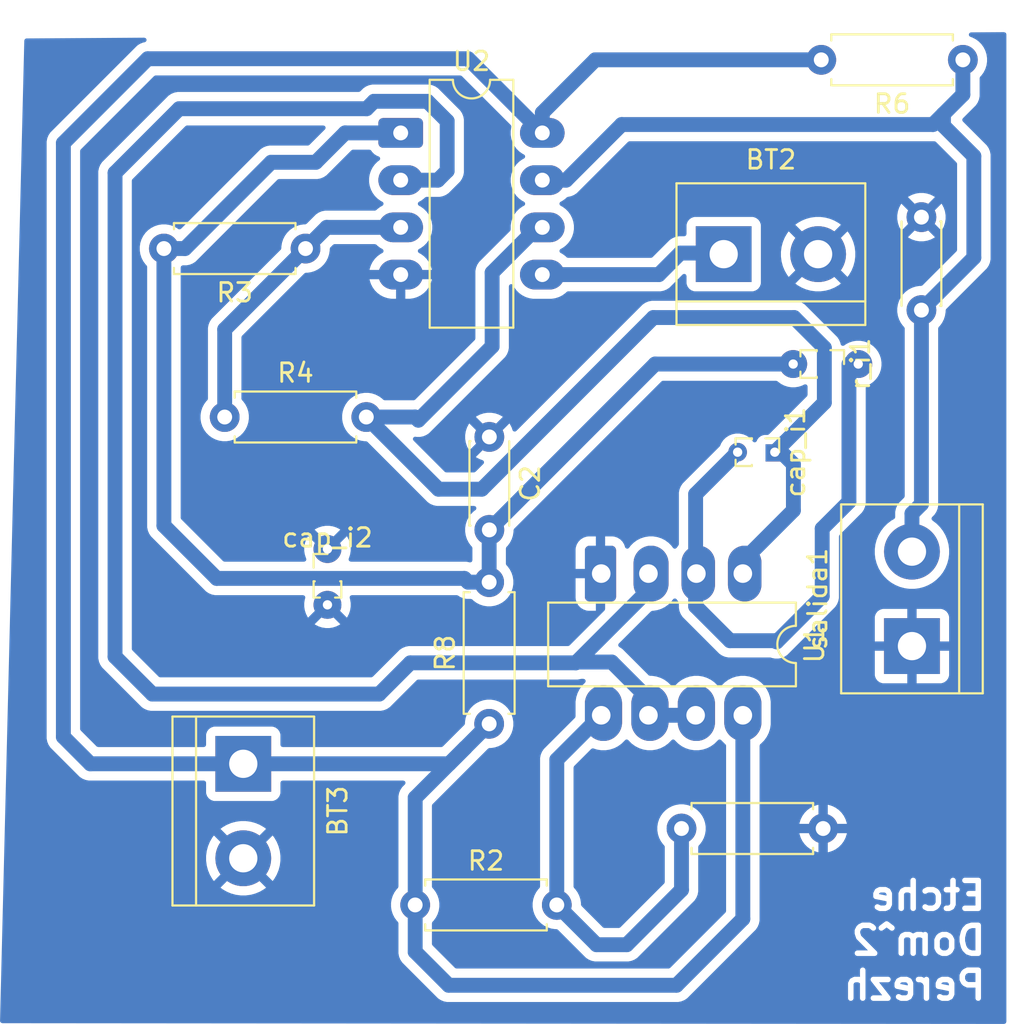
<source format=kicad_pcb>
(kicad_pcb (version 20241229) (generator "pcbnew") (generator_version "9.0")
  (layers (0 "F.Cu" signal) (2 "B.Cu" signal) (13 "F.Paste" user) (15 "B.Paste" user) (5 "F.SilkS" user "F.Silkscreen") (7 "B.SilkS" user "B.Silkscreen") (1 "F.Mask" user) (3 "B.Mask" user) (25 "Edge.Cuts" user))
  (net 0 "")
  (net 1 "GND")
  (net 2 "Vref")
  (net 3 "Net-(BT3-+)")
  (net 4 "Net-(U1A--)")
  (net 5 "Net-(salida1-Pin_2)")
  (net 6 "Net-(U1A-+)")
  (net 7 "Net-(r_i1-Pin_2)")
  (net 8 "Net-(U2B--)")
  (net 9 "Net-(U1B-+)")
  (net 10 "Net-(U2A-+)")
  (footprint "TerminalBlock:TerminalBlock_bornier-2_P5.08mm" (layer "F.Cu") (at 170.21 70.36)
    (property "Reference" "BT2" (at 2.54 -5.08 0) (layer "F.SilkS"))
    (property "Value" "Battery")
    (fp_line (start -2.54 -3.81) (end -2.54 3.81) (stroke (width 0.12)) (layer "F.SilkS"))
    (fp_line (start -2.54 3.81) (end 7.62 3.81) (stroke (width 0.12)) (layer "F.SilkS"))
    (fp_line (start 7.62 -3.81) (end -2.54 -3.81) (stroke (width 0.12)) (layer "F.SilkS"))
    (fp_line (start 7.62 2.54) (end -2.54 2.54) (stroke (width 0.12)) (layer "F.SilkS"))
    (fp_line (start 7.62 3.81) (end 7.62 -3.81) (stroke (width 0.12)) (layer "F.SilkS"))
    (pad "1" thru_hole rect (at 0 0) (size 3 3) (drill 1.52) (layers "*.Cu" "*.Mask") (net 2 "Vref"))
    (pad "2" thru_hole circle (at 5.08 0) (size 3 3) (drill 1.52) (layers "*.Cu" "*.Mask") (net 1 "GND"))
  )
  (footprint "Connector_PinHeader_1.00mm:PinHeader_1x02_P1.00mm_Vertical" (layer "F.Cu") (at 175.95 76.27 -90)
    (property "Reference" "r_i1" (at 0 -1.61 90) (layer "F.SilkS"))
    (property "Value" "Conn_01x02_Pin")
    (fp_line (start -0.745 1.61) (end -0.41003 1.61) (stroke (width 0.12)) (layer "F.SilkS"))
    (fp_line (start 0.41003 1.61) (end 0.745 1.61) (stroke (width 0.12)) (layer "F.SilkS"))
    (fp_line (start -0.745 0.735) (end -0.745 1.61) (stroke (width 0.12)) (layer "F.SilkS"))
    (fp_line (start -0.745 0.735) (end -0.685565 0.735) (stroke (width 0.12)) (layer "F.SilkS"))
    (fp_line (start 0.685565 0.735) (end 0.745 0.735) (stroke (width 0.12)) (layer "F.SilkS"))
    (fp_line (start 0.745 0.735) (end 0.745 1.61) (stroke (width 0.12)) (layer "F.SilkS"))
    (fp_line (start -0.745 0) (end -0.745 -0.735) (stroke (width 0.12)) (layer "F.SilkS"))
    (fp_line (start -0.745 -0.735) (end 0 -0.735) (stroke (width 0.12)) (layer "F.SilkS"))
    (pad "1" thru_hole circle (at 0 -1.5 270) (size 1.5 1.5) (drill 0.5) (layers "*.Cu" "*.Mask") (net 4 "Net-(U1A--)"))
    (pad "2" thru_hole circle (at 0 2 270) (size 1.5 1.5) (drill 0.5) (layers "*.Cu" "*.Mask") (net 7 "Net-(r_i1-Pin_2)"))
  )
  (footprint "Capacitor_THT:C_Disc_D4.3mm_W1.9mm_P5.00mm" (layer "F.Cu") (at 157.6 80.19 -90)
    (property "Reference" "C2" (at 2.5 -2.2 90) (layer "F.SilkS"))
    (property "Value" "C")
    (fp_line (start 0.23 1.07) (end 4.77 1.07) (stroke (width 0.12)) (layer "F.SilkS"))
    (fp_line (start 0.23 1.014) (end 0.23 1.07) (stroke (width 0.12)) (layer "F.SilkS"))
    (fp_line (start 4.77 1.014) (end 4.77 1.07) (stroke (width 0.12)) (layer "F.SilkS"))
    (fp_line (start 0.23 -1.07) (end 4.77 -1.07) (stroke (width 0.12)) (layer "F.SilkS"))
    (pad "1" thru_hole circle (at 0 0 270) (size 1.6 1.6) (drill 0.8) (layers "*.Cu" "*.Mask") (net 1 "GND"))
    (pad "2" thru_hole circle (at 5 0 270) (size 1.6 1.6) (drill 0.8) (layers "*.Cu" "*.Mask") (net 7 "Net-(r_i1-Pin_2)"))
  )
  (footprint "Package_DIP:CERDIP-8_W7.62mm_SideBrazed_LongPads" (layer "F.Cu") (at 171.24 87.54 -90)
    (property "Reference" "U1" (at 3.81 -3.855 90) (layer "F.SilkS"))
    (property "Value" "TL072")
    (fp_line (start 1.56 10.475) (end 6.06 10.475) (stroke (width 0.12)) (layer "F.SilkS"))
    (fp_line (start 6.06 10.475) (end 6.06 -2.855) (stroke (width 0.12)) (layer "F.SilkS"))
    (fp_line (start 1.56 -2.855) (end 1.56 10.475) (stroke (width 0.12)) (layer "F.SilkS"))
    (fp_line (start 2.81 -2.855) (end 1.56 -2.855) (stroke (width 0.12)) (layer "F.SilkS"))
    (fp_line (start 6.06 -2.855) (end 4.81 -2.855) (stroke (width 0.12)) (layer "F.SilkS"))
    (fp_arc (start 4.81 -2.855) (mid 3.81 -1.855) (end 2.81 -2.855) (stroke (width 0.12)) (layer "F.SilkS"))
    (pad "1" thru_hole oval (at 0 0 270) (size 3 1.8) (drill 1 (offset 0 -0.1)) (layers "*.Cu" "*.Mask") (net 8 "Net-(U2B--)"))
    (pad "2" thru_hole oval (at 0 2.5 270) (size 3 1.8) (drill 1 (offset 0 -0.1)) (layers "*.Cu" "*.Mask") (net 4 "Net-(U1A--)"))
    (pad "3" thru_hole oval (at 0 5.08 270) (size 3 1.88) (drill 1 (offset 0 -0.14)) (layers "*.Cu" "*.Mask") (net 6 "Net-(U1A-+)"))
    (pad "4" thru_hole roundrect (at 0 7.62 270) (size 3 1.68) (drill 1 (offset 0 0.04)) (layers "*.Cu" "*.Mask") (roundrect_rratio 0.1488095238) (net 1 "GND"))
    (pad "5" thru_hole oval (at 7.62 7.62 270) (size 3 2) (drill 1 (offset -0.12 -0.12)) (layers "*.Cu" "*.Mask") (net 9 "Net-(U1B-+)"))
    (pad "6" thru_hole oval (at 7.62 5.08 270) (size 3 2) (drill 1 (offset -0.12 -0.08)) (layers "*.Cu" "*.Mask") (net 6 "Net-(U1A-+)"))
    (pad "7" thru_hole oval (at 7.62 2.54 270) (size 3 2) (drill 1 (offset -0.12 -0.04)) (layers "*.Cu" "*.Mask") (net 6 "Net-(U1A-+)"))
    (pad "8" thru_hole oval (at 7.62 0 270) (size 3 2) (drill 1 (offset -0.12 0)) (layers "*.Cu" "*.Mask") (net 3 "Net-(BT3-+)"))
  )
  (footprint "Resistor_THT:R_Axial_DIN0207_L6.3mm_D2.5mm_P7.62mm_Horizontal" (layer "F.Cu") (at 147.71 70.06 180)
    (property "Reference" "R3" (at 3.81 -2.37 0) (layer "F.SilkS"))
    (property "Value" "50k")
    (fp_line (start 7.08 1.37) (end 7.08 1.04) (stroke (width 0.12)) (layer "F.SilkS"))
    (fp_line (start 7.08 -1.37) (end 7.08 -1.04) (stroke (width 0.12)) (layer "F.SilkS"))
    (fp_line (start 0.54 1.37) (end 7.08 1.37) (stroke (width 0.12)) (layer "F.SilkS"))
    (fp_line (start 0.54 1.04) (end 0.54 1.37) (stroke (width 0.12)) (layer "F.SilkS"))
    (fp_line (start 0.54 -1.04) (end 0.54 -1.37) (stroke (width 0.12)) (layer "F.SilkS"))
    (fp_line (start 0.54 -1.37) (end 7.08 -1.37) (stroke (width 0.12)) (layer "F.SilkS"))
    (pad "1" thru_hole circle (at 0 0 180) (size 1.6 1.6) (drill 0.8) (layers "*.Cu" "*.Mask") (net 10 "Net-(U2A-+)"))
    (pad "2" thru_hole oval (at 7.62 0 180) (size 1.6 1.6) (drill 0.8) (layers "*.Cu" "*.Mask") (net 7 "Net-(r_i1-Pin_2)"))
  )
  (footprint "Connector_PinHeader_1.00mm:PinHeader_1x02_P1.00mm_Vertical" (layer "F.Cu") (at 148.89 87.22)
    (property "Reference" "cap_i2" (at 0 -1.61 0) (layer "F.SilkS"))
    (property "Value" "Conn_01x02_Pin")
    (fp_line (start -0.745 -0.735) (end 0 -0.735) (stroke (width 0.12)) (layer "F.SilkS"))
    (fp_line (start -0.745 0) (end -0.745 -0.735) (stroke (width 0.12)) (layer "F.SilkS"))
    (fp_line (start -0.745 0.735) (end -0.745 1.61) (stroke (width 0.12)) (layer "F.SilkS"))
    (fp_line (start -0.745 0.735) (end -0.685565 0.735) (stroke (width 0.12)) (layer "F.SilkS"))
    (fp_line (start -0.745 1.61) (end -0.41003 1.61) (stroke (width 0.12)) (layer "F.SilkS"))
    (fp_line (start 0.41003 1.61) (end 0.745 1.61) (stroke (width 0.12)) (layer "F.SilkS"))
    (fp_line (start 0.685565 0.735) (end 0.745 0.735) (stroke (width 0.12)) (layer "F.SilkS"))
    (fp_line (start 0.745 0.735) (end 0.745 1.61) (stroke (width 0.12)) (layer "F.SilkS"))
    (pad "1" thru_hole circle (at 0 -1) (size 1.5 1.5) (drill 0.5) (layers "*.Cu" "*.Mask" "B.Paste") (net 1 "GND"))
    (pad "2" thru_hole circle (at 0 2) (size 1.5 1.5) (drill 0.5) (layers "*.Cu" "*.Mask") (net 1 "GND"))
  )
  (footprint "Package_DIP:CERDIP-8_W7.62mm_SideBrazed_LongPads" (layer "F.Cu") (at 152.83 63.84)
    (property "Reference" "U2" (at 3.81 -3.855 0) (layer "F.SilkS"))
    (property "Value" "LM393")
    (fp_line (start 1.56 -2.855) (end 1.56 10.475) (stroke (width 0.12)) (layer "F.SilkS"))
    (fp_line (start 1.56 10.475) (end 6.06 10.475) (stroke (width 0.12)) (layer "F.SilkS"))
    (fp_line (start 2.81 -2.855) (end 1.56 -2.855) (stroke (width 0.12)) (layer "F.SilkS"))
    (fp_line (start 6.06 -2.855) (end 4.81 -2.855) (stroke (width 0.12)) (layer "F.SilkS"))
    (fp_line (start 6.06 10.475) (end 6.06 -2.855) (stroke (width 0.12)) (layer "F.SilkS"))
    (fp_arc (start 4.81 -2.855) (mid 3.81 -1.855) (end 2.81 -2.855) (stroke (width 0.12)) (layer "F.SilkS"))
    (pad "1" thru_hole roundrect (at 0 0) (size 2.4 1.6) (drill 0.8) (layers "*.Cu" "*.Mask") (roundrect_rratio 0.15625) (net 7 "Net-(r_i1-Pin_2)"))
    (pad "2" thru_hole oval (at 0 2.54) (size 2.4 1.6) (drill 0.8) (layers "*.Cu" "*.Mask") (net 6 "Net-(U1A-+)"))
    (pad "3" thru_hole oval (at 0 5.08) (size 2.4 1.6) (drill 0.8) (layers "*.Cu" "*.Mask") (net 10 "Net-(U2A-+)"))
    (pad "4" thru_hole oval (at 0 7.62) (size 2.4 1.6) (drill 0.8) (layers "*.Cu" "*.Mask") (net 1 "GND"))
    (pad "5" thru_hole oval (at 7.62 7.62) (size 2.4 1.6) (drill 0.8) (layers "*.Cu" "*.Mask") (net 2 "Vref"))
    (pad "6" thru_hole oval (at 7.62 5.08) (size 2.4 1.6) (drill 0.8) (layers "*.Cu" "*.Mask") (net 8 "Net-(U2B--)"))
    (pad "7" thru_hole oval (at 7.62 2.54) (size 2.4 1.6) (drill 0.8) (layers "*.Cu" "*.Mask") (net 5 "Net-(salida1-Pin_2)"))
    (pad "8" thru_hole oval (at 7.62 0) (size 2.4 1.6) (drill 0.8) (layers "*.Cu" "*.Mask") (net 3 "Net-(BT3-+)"))
  )
  (footprint "Connector_PinHeader_1.00mm:PinHeader_1x02_P1.00mm_Vertical" (layer "F.Cu") (at 172.46 81.01 -90)
    (property "Reference" "cap_i1" (at 0 -1.61 90) (layer "F.SilkS"))
    (property "Value" "Conn_01x02_Pin")
    (fp_line (start -0.745 1.61) (end -0.41003 1.61) (stroke (width 0.12)) (layer "F.SilkS"))
    (fp_line (start 0.41003 1.61) (end 0.745 1.61) (stroke (width 0.12)) (layer "F.SilkS"))
    (fp_line (start -0.745 0.735) (end -0.745 1.61) (stroke (width 0.12)) (layer "F.SilkS"))
    (fp_line (start -0.745 0.735) (end -0.685565 0.735) (stroke (width 0.12)) (layer "F.SilkS"))
    (fp_line (start 0.685565 0.735) (end 0.745 0.735) (stroke (width 0.12)) (layer "F.SilkS"))
    (fp_line (start 0.745 0.735) (end 0.745 1.61) (stroke (width 0.12)) (layer "F.SilkS"))
    (fp_line (start -0.745 0) (end -0.745 -0.735) (stroke (width 0.12)) (layer "F.SilkS"))
    (fp_line (start -0.745 -0.735) (end 0 -0.735) (stroke (width 0.12)) (layer "F.SilkS"))
    (pad "1" thru_hole rect (at 0 -0.5 270) (size 0.925 0.925) (drill 0.5 (offset 0.0375 0.0375)) (layers "*.Cu" "*.Mask") (net 8 "Net-(U2B--)"))
    (pad "2" thru_hole circle (at 0 1.5 270) (size 1 1) (drill 0.5) (layers "*.Cu" "*.Mask") (net 4 "Net-(U1A--)"))
  )
  (footprint "Resistor_THT:R_Axial_DIN0207_L6.3mm_D2.5mm_P7.62mm_Horizontal" (layer "F.Cu") (at 157.59 95.62 90)
    (property "Reference" "R8" (at 3.81 -2.37 90) (layer "F.SilkS"))
    (property "Value" "R")
    (fp_line (start 7.08 -1.37) (end 7.08 -1.04) (stroke (width 0.12)) (layer "F.SilkS"))
    (fp_line (start 0.54 -1.37) (end 7.08 -1.37) (stroke (width 0.12)) (layer "F.SilkS"))
    (fp_line (start 0.54 -1.04) (end 0.54 -1.37) (stroke (width 0.12)) (layer "F.SilkS"))
    (fp_line (start 0.54 1.04) (end 0.54 1.37) (stroke (width 0.12)) (layer "F.SilkS"))
    (fp_line (start 7.08 1.37) (end 7.08 1.04) (stroke (width 0.12)) (layer "F.SilkS"))
    (fp_line (start 0.54 1.37) (end 7.08 1.37) (stroke (width 0.12)) (layer "F.SilkS"))
    (pad "1" thru_hole circle (at 0 0 90) (size 1.6 1.6) (drill 0.8) (layers "*.Cu" "*.Mask") (net 3 "Net-(BT3-+)"))
    (pad "2" thru_hole oval (at 7.62 0 90) (size 1.6 1.6) (drill 0.8) (layers "*.Cu" "*.Mask") (net 7 "Net-(r_i1-Pin_2)"))
  )
  (footprint "TerminalBlock:TerminalBlock_bornier-2_P5.08mm" (layer "F.Cu") (at 144.36 97.77 -90)
    (property "Reference" "BT3" (at 2.54 -5.08 90) (layer "F.SilkS"))
    (property "Value" "Battery")
    (fp_line (start -2.54 3.81) (end 7.62 3.81) (stroke (width 0.12)) (layer "F.SilkS"))
    (fp_line (start 7.62 3.81) (end 7.62 -3.81) (stroke (width 0.12)) (layer "F.SilkS"))
    (fp_line (start 7.62 2.54) (end -2.54 2.54) (stroke (width 0.12)) (layer "F.SilkS"))
    (fp_line (start -2.54 -3.81) (end -2.54 3.81) (stroke (width 0.12)) (layer "F.SilkS"))
    (fp_line (start 7.62 -3.81) (end -2.54 -3.81) (stroke (width 0.12)) (layer "F.SilkS"))
    (pad "1" thru_hole rect (at 0 0 270) (size 3 3) (drill 1.52) (layers "*.Cu" "*.Mask") (net 3 "Net-(BT3-+)"))
    (pad "2" thru_hole circle (at 5.08 0 270) (size 3 3) (drill 1.52) (layers "*.Cu" "*.Mask") (net 1 "GND"))
  )
  (footprint "Resistor_THT:R_Axial_DIN0207_L6.3mm_D2.5mm_P7.62mm_Horizontal" (layer "F.Cu") (at 167.94 101.25)
    (property "Reference" "R1" (hide yes))
    (property "Value" "R")
    (fp_line (start 0.54 -1.37) (end 7.08 -1.37) (stroke (width 0.12)) (layer "F.SilkS"))
    (fp_line (start 0.54 -1.04) (end 0.54 -1.37) (stroke (width 0.12)) (layer "F.SilkS"))
    (fp_line (start 0.54 1.04) (end 0.54 1.37) (stroke (width 0.12)) (layer "F.SilkS"))
    (fp_line (start 0.54 1.37) (end 7.08 1.37) (stroke (width 0.12)) (layer "F.SilkS"))
    (fp_line (start 7.08 -1.37) (end 7.08 -1.04) (stroke (width 0.12)) (layer "F.SilkS"))
    (fp_line (start 7.08 1.37) (end 7.08 1.04) (stroke (width 0.12)) (layer "F.SilkS"))
    (pad "1" thru_hole circle (at 0 0) (size 1.6 1.6) (drill 0.8) (layers "*.Cu" "*.Mask") (net 9 "Net-(U1B-+)"))
    (pad "2" thru_hole oval (at 7.62 0) (size 1.6 1.6) (drill 0.8) (layers "*.Cu" "*.Mask") (net 1 "GND"))
  )
  (footprint "Resistor_THT:R_Axial_DIN0207_L6.3mm_D2.5mm_P7.62mm_Horizontal" (layer "F.Cu") (at 153.61 105.36)
    (property "Reference" "R2" (at 3.81 -2.37 0) (layer "F.SilkS"))
    (property "Value" "100k")
    (fp_line (start 0.54 -1.37) (end 7.08 -1.37) (stroke (width 0.12)) (layer "F.SilkS"))
    (fp_line (start 0.54 -1.04) (end 0.54 -1.37) (stroke (width 0.12)) (layer "F.SilkS"))
    (fp_line (start 0.54 1.04) (end 0.54 1.37) (stroke (width 0.12)) (layer "F.SilkS"))
    (fp_line (start 0.54 1.37) (end 7.08 1.37) (stroke (width 0.12)) (layer "F.SilkS"))
    (fp_line (start 7.08 -1.37) (end 7.08 -1.04) (stroke (width 0.12)) (layer "F.SilkS"))
    (fp_line (start 7.08 1.37) (end 7.08 1.04) (stroke (width 0.12)) (layer "F.SilkS"))
    (pad "1" thru_hole circle (at 0 0) (size 1.6 1.6) (drill 0.8) (layers "*.Cu" "*.Mask") (net 3 "Net-(BT3-+)"))
    (pad "2" thru_hole oval (at 7.62 0) (size 1.6 1.6) (drill 0.8) (layers "*.Cu" "*.Mask") (net 9 "Net-(U1B-+)"))
  )
  (footprint "Capacitor_THT:C_Disc_D4.3mm_W1.9mm_P5.00mm" (layer "F.Cu") (at 180.85 73.37 90)
    (property "Reference" "C3" (hide yes))
    (property "Value" "C")
    (fp_line (start 0.23 -1.07) (end 4.77 -1.07) (stroke (width 0.12)) (layer "F.SilkS"))
    (fp_line (start 4.77 1.014) (end 4.77 1.07) (stroke (width 0.12)) (layer "F.SilkS"))
    (fp_line (start 0.23 1.014) (end 0.23 1.07) (stroke (width 0.12)) (layer "F.SilkS"))
    (fp_line (start 0.23 1.07) (end 4.77 1.07) (stroke (width 0.12)) (layer "F.SilkS"))
    (pad "1" thru_hole circle (at 0 0 90) (size 1.6 1.6) (drill 0.8) (layers "*.Cu" "*.Mask") (net 5 "Net-(salida1-Pin_2)"))
    (pad "2" thru_hole circle (at 5 0 90) (size 1.6 1.6) (drill 0.8) (layers "*.Cu" "*.Mask") (net 1 "GND"))
  )
  (footprint "Resistor_THT:R_Axial_DIN0207_L6.3mm_D2.5mm_P7.62mm_Horizontal" (layer "F.Cu") (at 143.36 79.12)
    (property "Reference" "R4" (at 3.81 -2.37 0) (layer "F.SilkS"))
    (property "Value" "47k")
    (fp_line (start 0.54 -1.37) (end 7.08 -1.37) (stroke (width 0.12)) (layer "F.SilkS"))
    (fp_line (start 0.54 -1.04) (end 0.54 -1.37) (stroke (width 0.12)) (layer "F.SilkS"))
    (fp_line (start 0.54 1.04) (end 0.54 1.37) (stroke (width 0.12)) (layer "F.SilkS"))
    (fp_line (start 0.54 1.37) (end 7.08 1.37) (stroke (width 0.12)) (layer "F.SilkS"))
    (fp_line (start 7.08 -1.37) (end 7.08 -1.04) (stroke (width 0.12)) (layer "F.SilkS"))
    (fp_line (start 7.08 1.37) (end 7.08 1.04) (stroke (width 0.12)) (layer "F.SilkS"))
    (pad "1" thru_hole circle (at 0 0) (size 1.6 1.6) (drill 0.8) (layers "*.Cu" "*.Mask") (net 10 "Net-(U2A-+)"))
    (pad "2" thru_hole oval (at 7.62 0) (size 1.6 1.6) (drill 0.8) (layers "*.Cu" "*.Mask") (net 8 "Net-(U2B--)"))
  )
  (footprint "Resistor_THT:R_Axial_DIN0207_L6.3mm_D2.5mm_P7.62mm_Horizontal" (layer "F.Cu") (at 183.08 59.91 180)
    (property "Reference" "R6" (at 3.81 -2.37 0) (layer "F.SilkS"))
    (property "Value" "1k")
    (fp_line (start 7.08 1.37) (end 7.08 1.04) (stroke (width 0.12)) (layer "F.SilkS"))
    (fp_line (start 7.08 -1.37) (end 7.08 -1.04) (stroke (width 0.12)) (layer "F.SilkS"))
    (fp_line (start 0.54 1.37) (end 7.08 1.37) (stroke (width 0.12)) (layer "F.SilkS"))
    (fp_line (start 0.54 1.04) (end 0.54 1.37) (stroke (width 0.12)) (layer "F.SilkS"))
    (fp_line (start 0.54 -1.04) (end 0.54 -1.37) (stroke (width 0.12)) (layer "F.SilkS"))
    (fp_line (start 0.54 -1.37) (end 7.08 -1.37) (stroke (width 0.12)) (layer "F.SilkS"))
    (pad "1" thru_hole circle (at 0 0 180) (size 1.6 1.6) (drill 0.8) (layers "*.Cu" "*.Mask") (net 5 "Net-(salida1-Pin_2)"))
    (pad "2" thru_hole oval (at 7.62 0 180) (size 1.6 1.6) (drill 0.8) (layers "*.Cu" "*.Mask") (net 3 "Net-(BT3-+)"))
  )
  (footprint "TerminalBlock:TerminalBlock_bornier-2_P5.08mm" (layer "F.Cu") (at 180.34 91.44 90)
    (property "Reference" "salida1" (at 2.54 -5.08 90) (layer "F.SilkS"))
    (property "Value" "Conn_01x02_Pin")
    (fp_line (start 7.62 -3.81) (end -2.54 -3.81) (stroke (width 0.12)) (layer "F.SilkS"))
    (fp_line (start -2.54 -3.81) (end -2.54 3.81) (stroke (width 0.12)) (layer "F.SilkS"))
    (fp_line (start 7.62 2.54) (end -2.54 2.54) (stroke (width 0.12)) (layer "F.SilkS"))
    (fp_line (start 7.62 3.81) (end 7.62 -3.81) (stroke (width 0.12)) (layer "F.SilkS"))
    (fp_line (start -2.54 3.81) (end 7.62 3.81) (stroke (width 0.12)) (layer "F.SilkS"))
    (pad "1" thru_hole rect (at 0 0 90) (size 3 3) (drill 1.52) (layers "*.Cu" "*.Mask") (net 1 "GND"))
    (pad "2" thru_hole circle (at 5.08 0 90) (size 3 3) (drill 1.52) (layers "*.Cu" "*.Mask") (net 5 "Net-(salida1-Pin_2)"))
  )
  (gr_text "Etche\nDom^2\nPerezh" (at 184.46 110.57 0) (layer "B.Cu" knockout) (effects (font (size 1.5 1.5) (thickness 0.3) (bold yes)) (justify left bottom mirror)))
  (segment (start 166.72 71.46) (end 167.88 70.3) (width 0.8) (layer "B.Cu") (net 2))
  (segment (start 170.15 70.3) (end 170.21 70.36) (width 0.8) (layer "B.Cu") (net 2))
  (segment (start 160.45 71.46) (end 166.72 71.46) (width 0.8) (layer "B.Cu") (net 2))
  (segment (start 167.88 70.3) (end 170.15 70.3) (width 0.8) (layer "B.Cu") (net 2))
  (segment (start 136.13 97.77) (end 144.36 97.77) (width 0.8) (layer "B.Cu") (net 3))
  (segment (start 171.24 106.11) (end 167.67 109.68) (width 0.8) (layer "B.Cu") (net 3))
  (segment (start 155.44 97.77) (end 156.295 96.915) (width 0.8) (layer "B.Cu") (net 3))
  (segment (start 153.61 99.6) (end 153.61 105.36) (width 0.8) (layer "B.Cu") (net 3))
  (segment (start 157.59 95.62) (end 156.295 96.915) (width 0.8) (layer "B.Cu") (net 3))
  (segment (start 139.22 59.85) (end 134.68 64.39) (width 0.8) (layer "B.Cu") (net 3))
  (segment (start 167.67 109.68) (end 155.41 109.68) (width 0.8) (layer "B.Cu") (net 3))
  (segment (start 153.61 107.88) (end 153.61 105.36) (width 0.8) (layer "B.Cu") (net 3))
  (segment (start 163.3 59.91) (end 175.46 59.91) (width 0.8) (layer "B.Cu") (net 3))
  (segment (start 144.36 97.77) (end 155.44 97.77) (width 0.8) (layer "B.Cu") (net 3))
  (segment (start 134.68 64.39) (end 134.68 96.32) (width 0.8) (layer "B.Cu") (net 3))
  (segment (start 160.45 63.84) (end 160.45 62.76) (width 0.8) (layer "B.Cu") (net 3))
  (segment (start 171.24 95.16) (end 171.24 106.11) (width 0.8) (layer "B.Cu") (net 3))
  (segment (start 160.45 62.76) (end 163.3 59.91) (width 0.8) (layer "B.Cu") (net 3))
  (segment (start 155.41 109.68) (end 153.61 107.88) (width 0.8) (layer "B.Cu") (net 3))
  (segment (start 160.45 63.84) (end 160.85 63.84) (width 0.8) (layer "B.Cu") (net 3))
  (segment (start 134.68 96.32) (end 136.13 97.77) (width 0.8) (layer "B.Cu") (net 3))
  (segment (start 160.45 63.84) (end 156.46 59.85) (width 0.8) (layer "B.Cu") (net 3))
  (segment (start 156.46 59.85) (end 139.22 59.85) (width 0.8) (layer "B.Cu") (net 3))
  (segment (start 156.295 96.915) (end 153.61 99.6) (width 0.8) (layer "B.Cu") (net 3))
  (segment (start 168.7 89.3) (end 170.55 91.15) (width 0.8) (layer "B.Cu") (net 4))
  (segment (start 175.51 88.76) (end 175.51 85.12) (width 0.8) (layer "B.Cu") (net 4))
  (segment (start 173 91.15) (end 173.06 91.21) (width 0.8) (layer "B.Cu") (net 4))
  (segment (start 170.55 91.15) (end 173 91.15) (width 0.8) (layer "B.Cu") (net 4))
  (segment (start 173.06 91.21) (end 175.51 88.76) (width 0.8) (layer "B.Cu") (net 4))
  (segment (start 168.7 87.54) (end 168.7 89.3) (width 0.8) (layer "B.Cu") (net 4))
  (segment (start 175.51 85.12) (end 176.95 83.68) (width 0.8) (layer "B.Cu") (net 4))
  (segment (start 168.7 83.27) (end 170.96 81.01) (width 0.8) (layer "B.Cu") (net 4))
  (segment (start 168.7 87.54) (end 168.7 83.27) (width 0.8) (layer "B.Cu") (net 4))
  (segment (start 176.95 83.68) (end 176.95 76.27) (width 0.8) (layer "B.Cu") (net 4))
  (segment (start 183.67 70.55) (end 183.67 65.09) (width 0.8) (layer "B.Cu") (net 5))
  (segment (start 160.45 66.38) (end 161.73 66.38) (width 0.8) (layer "B.Cu") (net 5))
  (segment (start 180.85 73.37) (end 183.67 70.55) (width 0.8) (layer "B.Cu") (net 5))
  (segment (start 183.08 61.78) (end 183.08 59.91) (width 0.8) (layer "B.Cu") (net 5))
  (segment (start 181.47 63.39) (end 182.035 62.825) (width 0.8) (layer "B.Cu") (net 5))
  (segment (start 183.67 65.09) (end 182.035 63.455) (width 0.8) (layer "B.Cu") (net 5))
  (segment (start 180.34 84.31) (end 180.85 83.8) (width 0.8) (layer "B.Cu") (net 5))
  (segment (start 161.73 66.38) (end 164.72 63.39) (width 0.8) (layer "B.Cu") (net 5))
  (segment (start 182.035 63.455) (end 182.035 62.825) (width 0.8) (layer "B.Cu") (net 5))
  (segment (start 164.72 63.39) (end 181.47 63.39) (width 0.8) (layer "B.Cu") (net 5))
  (segment (start 182.035 62.825) (end 183.08 61.78) (width 0.8) (layer "B.Cu") (net 5))
  (segment (start 180.85 83.8) (end 180.85 73.37) (width 0.8) (layer "B.Cu") (net 5))
  (segment (start 180.34 86.36) (end 180.34 84.31) (width 0.8) (layer "B.Cu") (net 5))
  (segment (start 164.185764 92.297344) (end 162.297344 92.297344) (width 0.8) (layer "B.Cu") (net 6))
  (segment (start 151.67 94.02) (end 153.35 92.34) (width 0.8) (layer "B.Cu") (net 6))
  (segment (start 162.254688 92.34) (end 162.297344 92.297344) (width 0.8) (layer "B.Cu") (net 6))
  (segment (start 152.83 66.38) (end 154.83 66.38) (width 0.8) (layer "B.Cu") (net 6))
  (segment (start 166.16 94.27158) (end 164.185764 92.297344) (width 0.8) (layer "B.Cu") (net 6))
  (segment (start 166.16 87.54) (end 166.62 87.08) (width 0.8) (layer "B.Cu") (net 6))
  (segment (start 162.297344 92.297344) (end 166.16 88.434688) (width 0.8) (layer "B.Cu") (net 6))
  (segment (start 140.911 62.539) (end 137.46 65.99) (width 0.8) (layer "B.Cu") (net 6))
  (segment (start 137.46 92.01) (end 139.47 94.02) (width 0.8) (layer "B.Cu") (net 6))
  (segment (start 137.46 65.99) (end 137.46 92.01) (width 0.8) (layer "B.Cu") (net 6))
  (segment (start 150.996312 62.539) (end 140.911 62.539) (width 0.8) (layer "B.Cu") (net 6))
  (segment (start 155.331 65.879) (end 155.331 63.206312) (width 0.8) (layer "B.Cu") (net 6))
  (segment (start 166.16 95.16) (end 166.16 94.27158) (width 0.8) (layer "B.Cu") (net 6))
  (segment (start 166.16 95.16) (end 168.7 95.16) (width 0.8) (layer "B.Cu") (net 6))
  (segment (start 139.47 94.02) (end 151.67 94.02) (width 0.8) (layer "B.Cu") (net 6))
  (segment (start 155.331 63.206312) (end 154.263688 62.139) (width 0.8) (layer "B.Cu") (net 6))
  (segment (start 166.16 88.434688) (end 166.16 87.54) (width 0.8) (layer "B.Cu") (net 6))
  (segment (start 153.35 92.34) (end 162.254688 92.34) (width 0.8) (layer "B.Cu") (net 6))
  (segment (start 154.263688 62.139) (end 151.396312 62.139) (width 0.8) (layer "B.Cu") (net 6))
  (segment (start 151.396312 62.139) (end 150.996312 62.539) (width 0.8) (layer "B.Cu") (net 6))
  (segment (start 154.83 66.38) (end 155.331 65.879) (width 0.8) (layer "B.Cu") (net 6))
  (segment (start 140.09 70.06) (end 140.09 84.96) (width 0.8) (layer "B.Cu") (net 7))
  (segment (start 157.59 85.2) (end 157.6 85.19) (width 0.8) (layer "B.Cu") (net 7))
  (segment (start 142.929 87.799) (end 156.25763 87.799) (width 0.8) (layer "B.Cu") (net 7))
  (segment (start 149.84 63.84) (end 152.83 63.84) (width 0.8) (layer "B.Cu") (net 7))
  (segment (start 156.25763 87.799) (end 156.45863 88) (width 0.8) (layer "B.Cu") (net 7))
  (segment (start 140.09 70.06) (end 141.22137 70.06) (width 0.8) (layer "B.Cu") (net 7))
  (segment (start 173.95 76.27) (end 166.52 76.27) (width 0.8) (layer "B.Cu") (net 7))
  (segment (start 140.09 84.96) (end 142.929 87.799) (width 0.8) (layer "B.Cu") (net 7))
  (segment (start 166.52 76.27) (end 157.6 85.19) (width 0.8) (layer "B.Cu") (net 7))
  (segment (start 156.45863 88) (end 157.59 88) (width 0.8) (layer "B.Cu") (net 7))
  (segment (start 148.26 65.42) (end 149.84 63.84) (width 0.8) (layer "B.Cu") (net 7))
  (segment (start 157.59 88) (end 157.59 85.2) (width 0.8) (layer "B.Cu") (net 7))
  (segment (start 141.22137 70.06) (end 145.86137 65.42) (width 0.8) (layer "B.Cu") (net 7))
  (segment (start 145.86137 65.42) (end 148.26 65.42) (width 0.8) (layer "B.Cu") (net 7))
  (segment (start 157.195578 83) (end 154.86 83) (width 0.8) (layer "B.Cu") (net 8))
  (segment (start 171.24 86.86) (end 173.96 84.14) (width 0.8) (layer "B.Cu") (net 8))
  (segment (start 172.96 81.01) (end 175.624 78.346) (width 0.8) (layer "B.Cu") (net 8))
  (segment (start 171.24 87.54) (end 171.24 86.86) (width 0.8) (layer "B.Cu") (net 8))
  (segment (start 173.998247 73.77) (end 166.425578 73.77) (width 0.8) (layer "B.Cu") (net 8))
  (segment (start 154.86 83) (end 150.98 79.12) (width 0.8) (layer "B.Cu") (net 8))
  (segment (start 175.624 75.395753) (end 173.998247 73.77) (width 0.8) (layer "B.Cu") (net 8))
  (segment (start 173.31 81.01) (end 172.96 81.01) (width 0.8) (layer "B.Cu") (net 8))
  (segment (start 157.75 75.32) (end 153.78 79.29) (width 0.8) (layer "B.Cu") (net 8))
  (segment (start 166.425578 73.77) (end 157.195578 83) (width 0.8) (layer "B.Cu") (net 8))
  (segment (start 153.78 79.29) (end 153.61 79.12) (width 0.8) (layer "B.Cu") (net 8))
  (segment (start 157.75 71.354423) (end 157.75 75.32) (width 0.8) (layer "B.Cu") (net 8))
  (segment (start 153.61 79.12) (end 150.98 79.12) (width 0.8) (layer "B.Cu") (net 8))
  (segment (start 175.624 78.346) (end 175.624 75.395753) (width 0.8) (layer "B.Cu") (net 8))
  (segment (start 160.184423 68.92) (end 157.75 71.354423) (width 0.8) (layer "B.Cu") (net 8))
  (segment (start 160.45 68.92) (end 160.184423 68.92) (width 0.8) (layer "B.Cu") (net 8))
  (segment (start 173.96 84.14) (end 173.96 81.66) (width 0.8) (layer "B.Cu") (net 8))
  (segment (start 173.96 81.66) (end 173.31 81.01) (width 0.8) (layer "B.Cu") (net 8))
  (segment (start 161.23 105.36) (end 161.23 97.55) (width 0.8) (layer "B.Cu") (net 9))
  (segment (start 164.99 107.5) (end 167.94 104.55) (width 0.8) (layer "B.Cu") (net 9))
  (segment (start 161.44 105.15) (end 161.23 105.36) (width 0.8) (layer "B.Cu") (net 9))
  (segment (start 163.37 107.5) (end 164.99 107.5) (width 0.8) (layer "B.Cu") (net 9))
  (segment (start 161.23 97.55) (end 163.62 95.16) (width 0.8) (layer "B.Cu") (net 9))
  (segment (start 167.94 104.55) (end 167.94 101.25) (width 0.8) (layer "B.Cu") (net 9))
  (segment (start 161.23 105.36) (end 163.37 107.5) (width 0.8) (layer "B.Cu") (net 9))
  (segment (start 143.36 74.41) (end 143.36 79.12) (width 0.8) (layer "B.Cu") (net 10))
  (segment (start 152.83 68.92) (end 148.85 68.92) (width 0.8) (layer "B.Cu") (net 10))
  (segment (start 148.85 68.92) (end 147.71 70.06) (width 0.8) (layer "B.Cu") (net 10))
  (segment (start 147.71 70.06) (end 143.36 74.41) (width 0.8) (layer "B.Cu") (net 10))
  (zone (net 1) (net_name "GND") (layer "B.Cu") (connect_pads (clearance 0.5)) (min_thickness 0.25) (fill yes (thermal_gap 0.5) (thermal_bridge_width 0.5))
    (polygon (pts (xy 132.58 58.76) (xy 131.27 111.72) (xy 185.42 111.76) (xy 185.42 58.42)))
  )
)
</source>
